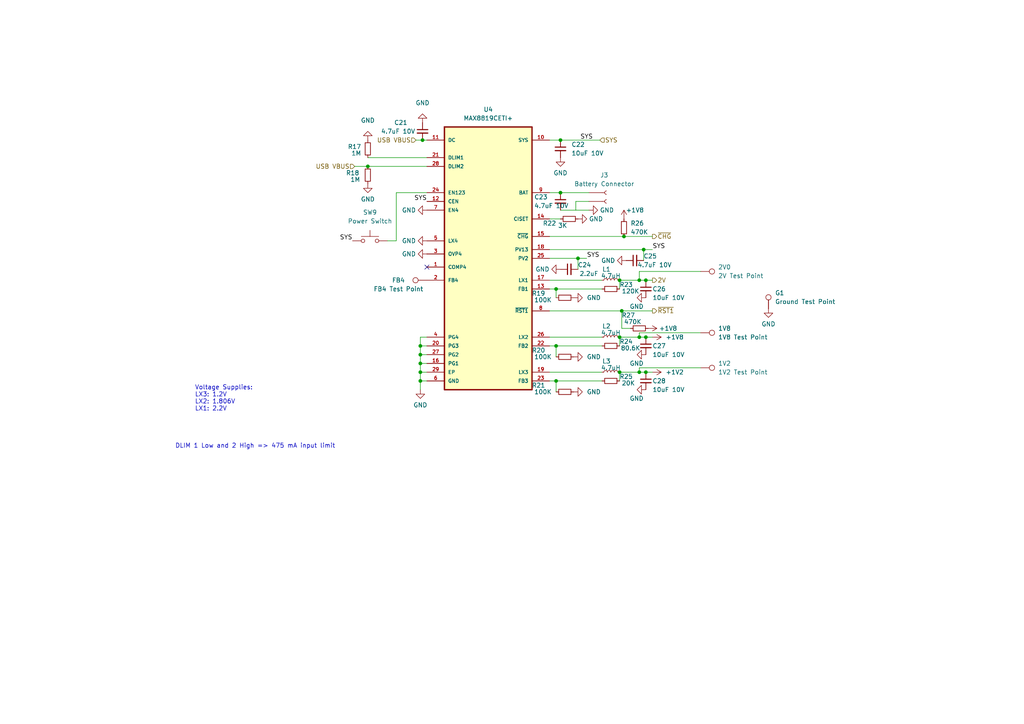
<source format=kicad_sch>
(kicad_sch (version 20211123) (generator eeschema)
  (paper "A4")
  (lib_symbols
    (symbol "Charger V2:MAX8819CETI+" (pin_names (offset 1.016))
      (property "Reference" "U" (at -12.7 39.0906 0))
      (property "Value" "MAX8819CETI+" (at -12.7 -42.0878 0))
      (symbol "MAX8819CETI+_0_0"
        (rectangle (start -12.7 -38.1) (end 12.7 38.1) (stroke (width 0.4064)) (fill (type background)))
        (pin passive line (at -17.78 -2.54 0) (length 5.08) (name "COMP4") (number "1"))
        (pin power_out line (at 17.78 34.29 180) (length 5.08) (name "SYS") (number "10"))
        (pin input line (at -17.78 34.29 0) (length 5.08) (name "DC") (number "11"))
        (pin input line (at -17.78 16.51 0) (length 5.08) (name "CEN") (number "12"))
        (pin input line (at 17.78 -8.89 180) (length 5.08) (name "FB1") (number "13"))
        (pin input line (at 17.78 11.43 180) (length 5.08) (name "CISET") (number "14"))
        (pin output line (at 17.78 6.35 180) (length 5.08) (name "~{CHG}") (number "15"))
        (pin power_in line (at -17.78 -30.48 0) (length 5.08) (name "PG1") (number "16"))
        (pin power_out line (at 17.78 -6.35 180) (length 5.08) (name "LX1") (number "17"))
        (pin power_in line (at 17.78 2.54 180) (length 5.08) (name "PV13") (number "18"))
        (pin power_out line (at 17.78 -33.02 180) (length 5.08) (name "LX3") (number "19"))
        (pin input line (at -17.78 -6.35 0) (length 5.08) (name "FB4") (number "2"))
        (pin power_in line (at -17.78 -25.4 0) (length 5.08) (name "PG3") (number "20"))
        (pin input line (at -17.78 29.21 0) (length 5.08) (name "DLIM1") (number "21"))
        (pin input line (at 17.78 -25.4 180) (length 5.08) (name "FB2") (number "22"))
        (pin input line (at 17.78 -35.56 180) (length 5.08) (name "FB3") (number "23"))
        (pin input line (at -17.78 19.05 0) (length 5.08) (name "EN123") (number "24"))
        (pin power_in line (at 17.78 0 180) (length 5.08) (name "PV2") (number "25"))
        (pin power_out line (at 17.78 -22.86 180) (length 5.08) (name "LX2") (number "26"))
        (pin power_in line (at -17.78 -27.94 0) (length 5.08) (name "PG2") (number "27"))
        (pin input line (at -17.78 26.67 0) (length 5.08) (name "DLIM2") (number "28"))
        (pin power_in line (at -17.78 -33.02 0) (length 5.08) (name "EP") (number "29"))
        (pin passive line (at -17.78 1.27 0) (length 5.08) (name "OVP4") (number "3"))
        (pin power_in line (at -17.78 -22.86 0) (length 5.08) (name "PG4") (number "4"))
        (pin passive line (at -17.78 5.08 0) (length 5.08) (name "LX4") (number "5"))
        (pin power_in line (at -17.78 -35.56 0) (length 5.08) (name "GND") (number "6"))
        (pin input line (at -17.78 13.97 0) (length 5.08) (name "EN4") (number "7"))
        (pin output line (at 17.78 -15.24 180) (length 5.08) (name "~{RST1}") (number "8"))
        (pin power_in line (at 17.78 19.05 180) (length 5.08) (name "BAT") (number "9"))
      )
    )
    (symbol "Connector:Conn_01x02_Female" (pin_numbers hide) (pin_names (offset 1.016) hide)
      (property "Reference" "J601" (at 2.54 -2.54 0))
      (property "Value" "Battery Connector" (at -7.62 -5.08 0))
      (symbol "Conn_01x02_Female_1_1"
        (arc (start 0 -2.032) (mid -0.508 -2.54) (end 0 -3.048) (stroke (width 0.1524)))
        (polyline (pts (xy -1.27 -2.54) (xy -0.508 -2.54)) (stroke (width 0.1524)))
        (polyline (pts (xy -1.27 0) (xy -0.508 0)) (stroke (width 0.1524)))
        (arc (start 0 0.508) (mid -0.508 0) (end 0 -0.508) (stroke (width 0.1524)))
        (pin power_out line (at -5.08 0 0) (length 3.81) (name "Pin_1") (number "1"))
        (pin power_out line (at -5.08 -2.54 0) (length 3.81) (name "Pin_2") (number "2"))
      )
    )
    (symbol "Connector:TestPoint" (pin_numbers hide) (pin_names (offset 0.762) hide)
      (property "Reference" "TP" (at 0 6.858 0))
      (property "Value" "TestPoint" (at 0 5.08 0))
      (symbol "TestPoint_0_1"
        (circle (center 0 3.302) (radius 0.762))
      )
      (symbol "TestPoint_1_1"
        (pin passive line (at 0 0 90) (length 2.54) (name "1") (number "1"))
      )
    )
    (symbol "Device:C_Small" (pin_numbers hide) (pin_names (offset 0.254) hide)
      (property "Reference" "C" (at 0.254 1.778 0))
      (property "Value" "C_Small" (at 0.254 -2.032 0))
      (symbol "C_Small_0_1"
        (polyline (pts (xy -1.524 -0.508) (xy 1.524 -0.508)) (stroke (width 0.3302)))
        (polyline (pts (xy -1.524 0.508) (xy 1.524 0.508)) (stroke (width 0.3048)))
      )
      (symbol "C_Small_1_1"
        (pin passive line (at 0 2.54 270) (length 2.032) (name "~") (number "1"))
        (pin passive line (at 0 -2.54 90) (length 2.032) (name "~") (number "2"))
      )
    )
    (symbol "Device:L_Small" (pin_numbers hide) (pin_names (offset 0.254) hide)
      (property "Reference" "L" (at 0.762 1.016 0))
      (property "Value" "L_Small" (at 0.762 -1.016 0))
      (symbol "L_Small_0_1"
        (arc (start 0 -2.032) (mid 0.508 -1.524) (end 0 -1.016))
        (arc (start 0 -1.016) (mid 0.508 -0.508) (end 0 0))
        (arc (start 0 0) (mid 0.508 0.508) (end 0 1.016))
        (arc (start 0 1.016) (mid 0.508 1.524) (end 0 2.032))
      )
      (symbol "L_Small_1_1"
        (pin passive line (at 0 2.54 270) (length 0.508) (name "~") (number "1"))
        (pin passive line (at 0 -2.54 90) (length 0.508) (name "~") (number "2"))
      )
    )
    (symbol "Device:R_Small" (pin_numbers hide) (pin_names (offset 0.254) hide)
      (property "Reference" "R" (at 0.762 0.508 0))
      (property "Value" "R_Small" (at 0.762 -1.016 0))
      (symbol "R_Small_0_1"
        (rectangle (start -0.762 1.778) (end 0.762 -1.778) (stroke (width 0.2032)))
      )
      (symbol "R_Small_1_1"
        (pin passive line (at 0 2.54 270) (length 0.762) (name "~") (number "1"))
        (pin passive line (at 0 -2.54 90) (length 0.762) (name "~") (number "2"))
      )
    )
    (symbol "Switch:SW_Push" (pin_numbers hide) (pin_names (offset 1.016) hide)
      (property "Reference" "SW" (at 1.27 2.54 0))
      (property "Value" "SW_Push" (at 0 -1.524 0))
      (symbol "SW_Push_0_1"
        (circle (center -2.032 0) (radius 0.508))
        (polyline (pts (xy 0 1.27) (xy 0 3.048)))
        (polyline (pts (xy 2.54 1.27) (xy -2.54 1.27)))
        (circle (center 2.032 0) (radius 0.508))
        (pin passive line (at -5.08 0 0) (length 2.54) (name "1") (number "1"))
        (pin passive line (at 5.08 0 180) (length 2.54) (name "2") (number "2"))
      )
    )
    (symbol "power:+1V2" (power) (pin_names (offset 0))
      (property "Value" "+1V2" (at 0 3.556 0))
      (symbol "+1V2_0_1"
        (polyline (pts (xy -0.762 1.27) (xy 0 2.54)))
        (polyline (pts (xy 0 0) (xy 0 2.54)))
        (polyline (pts (xy 0 2.54) (xy 0.762 1.27)))
      )
      (symbol "+1V2_1_1"
        (pin power_in line (at 0 0 90) (length 0) hide (name "+1V2") (number "1"))
      )
    )
    (symbol "power:+1V8" (power) (pin_names (offset 0))
      (property "Value" "+1V8" (at 0 3.556 0))
      (symbol "+1V8_0_1"
        (polyline (pts (xy -0.762 1.27) (xy 0 2.54)))
        (polyline (pts (xy 0 0) (xy 0 2.54)))
        (polyline (pts (xy 0 2.54) (xy 0.762 1.27)))
      )
      (symbol "+1V8_1_1"
        (pin power_in line (at 0 0 90) (length 0) hide (name "+1V8") (number "1"))
      )
    )
    (symbol "power:GND" (power) (pin_names (offset 0))
      (property "Value" "GND" (at 0 -3.81 0))
      (symbol "GND_0_1"
        (polyline (pts (xy 0 0) (xy 0 -1.27) (xy 1.27 -1.27) (xy 0 -2.54) (xy -1.27 -1.27) (xy 0 -1.27)))
      )
      (symbol "GND_1_1"
        (pin power_in line (at 0 0 270) (length 0) hide (name "GND") (number "1"))
      )
    )
  )
  (junction (at 179.705 97.79))
  (junction (at 162.56 40.64))
  (junction (at 161.29 100.33))
  (junction (at 161.29 83.82))
  (junction (at 167.64 74.93))
  (junction (at 121.92 102.87))
  (junction (at 179.705 107.95))
  (junction (at 180.975 68.58))
  (junction (at 180.34 90.17))
  (junction (at 162.56 55.88))
  (junction (at 161.29 110.49))
  (junction (at 179.705 81.28))
  (junction (at 121.92 107.95))
  (junction (at 121.92 100.33))
  (junction (at 121.92 105.41))
  (junction (at 186.69 72.39))
  (junction (at 106.68 48.26))
  (junction (at 187.325 81.28))
  (junction (at 121.92 110.49))
  (junction (at 185.42 81.28))
  (junction (at 122.555 40.64))
  (junction (at 185.42 97.79))
  (junction (at 187.325 107.95))
  (junction (at 187.325 97.79))
  (junction (at 185.42 107.95))
  (no_connect (at 123.825 77.47))
  (wire (pts (xy 121.92 102.87) (xy 121.92 105.41)))
  (wire (pts (xy 159.385 110.49) (xy 161.29 110.49)))
  (wire (pts (xy 167.005 58.42) (xy 170.815 58.42)))
  (wire (pts (xy 159.385 83.82) (xy 161.29 83.82)))
  (wire (pts (xy 162.56 60.96) (xy 167.005 60.96)))
  (wire (pts (xy 179.705 81.28) (xy 179.705 83.82)))
  (wire (pts (xy 161.29 83.82) (xy 161.29 86.36)))
  (wire (pts (xy 112.395 69.85) (xy 114.935 69.85)))
  (wire (pts (xy 121.92 97.79) (xy 121.92 100.33)))
  (wire (pts (xy 162.56 63.5) (xy 159.385 63.5)))
  (wire (pts (xy 186.69 72.39) (xy 189.23 72.39)))
  (wire (pts (xy 185.42 107.95) (xy 187.325 107.95)))
  (wire (pts (xy 121.92 110.49) (xy 123.825 110.49)))
  (wire (pts (xy 179.705 81.28) (xy 185.42 81.28)))
  (wire (pts (xy 185.42 81.28) (xy 187.325 81.28)))
  (wire (pts (xy 187.325 97.79) (xy 189.23 97.79)))
  (wire (pts (xy 187.325 81.28) (xy 189.23 81.28)))
  (wire (pts (xy 121.92 105.41) (xy 121.92 107.95)))
  (wire (pts (xy 159.385 90.17) (xy 180.34 90.17)))
  (wire (pts (xy 167.005 60.96) (xy 167.005 58.42)))
  (wire (pts (xy 185.42 81.28) (xy 185.42 78.74)))
  (wire (pts (xy 161.29 100.33) (xy 174.625 100.33)))
  (wire (pts (xy 167.64 74.93) (xy 167.64 78.105)))
  (wire (pts (xy 185.42 107.95) (xy 185.42 106.68)))
  (wire (pts (xy 120.65 40.64) (xy 122.555 40.64)))
  (wire (pts (xy 162.56 40.64) (xy 173.99 40.64)))
  (wire (pts (xy 170.815 60.96) (xy 167.005 60.96)))
  (wire (pts (xy 159.385 68.58) (xy 180.975 68.58)))
  (wire (pts (xy 122.555 40.64) (xy 123.825 40.64)))
  (wire (pts (xy 114.935 69.85) (xy 114.935 55.88)))
  (wire (pts (xy 159.385 81.28) (xy 174.625 81.28)))
  (wire (pts (xy 121.92 110.49) (xy 121.92 113.03)))
  (wire (pts (xy 167.64 74.93) (xy 170.18 74.93)))
  (wire (pts (xy 179.705 97.79) (xy 179.705 100.33)))
  (wire (pts (xy 185.42 78.74) (xy 203.2 78.74)))
  (wire (pts (xy 187.325 107.95) (xy 189.23 107.95)))
  (wire (pts (xy 159.385 72.39) (xy 186.69 72.39)))
  (wire (pts (xy 161.29 83.82) (xy 174.625 83.82)))
  (wire (pts (xy 121.92 105.41) (xy 123.825 105.41)))
  (wire (pts (xy 186.69 72.39) (xy 186.69 75.565)))
  (wire (pts (xy 114.935 55.88) (xy 123.825 55.88)))
  (wire (pts (xy 179.705 107.95) (xy 185.42 107.95)))
  (wire (pts (xy 180.975 68.58) (xy 189.23 68.58)))
  (wire (pts (xy 159.385 55.88) (xy 162.56 55.88)))
  (wire (pts (xy 180.34 95.25) (xy 182.88 95.25)))
  (wire (pts (xy 159.385 100.33) (xy 161.29 100.33)))
  (wire (pts (xy 179.705 107.95) (xy 179.705 110.49)))
  (wire (pts (xy 121.92 107.95) (xy 121.92 110.49)))
  (wire (pts (xy 106.68 48.26) (xy 123.825 48.26)))
  (wire (pts (xy 121.92 102.87) (xy 123.825 102.87)))
  (wire (pts (xy 159.385 40.64) (xy 162.56 40.64)))
  (wire (pts (xy 159.385 107.95) (xy 174.625 107.95)))
  (wire (pts (xy 185.42 96.52) (xy 203.2 96.52)))
  (wire (pts (xy 185.42 97.79) (xy 185.42 96.52)))
  (wire (pts (xy 159.385 97.79) (xy 174.625 97.79)))
  (wire (pts (xy 161.29 110.49) (xy 161.29 113.665)))
  (wire (pts (xy 185.42 106.68) (xy 203.2 106.68)))
  (wire (pts (xy 179.705 97.79) (xy 185.42 97.79)))
  (wire (pts (xy 121.92 100.33) (xy 121.92 102.87)))
  (wire (pts (xy 185.42 97.79) (xy 187.325 97.79)))
  (wire (pts (xy 121.92 100.33) (xy 123.825 100.33)))
  (wire (pts (xy 123.825 97.79) (xy 121.92 97.79)))
  (wire (pts (xy 102.87 48.26) (xy 106.68 48.26)))
  (wire (pts (xy 106.68 45.72) (xy 123.825 45.72)))
  (wire (pts (xy 162.56 55.88) (xy 170.815 55.88)))
  (wire (pts (xy 161.29 110.49) (xy 174.625 110.49)))
  (wire (pts (xy 161.29 100.33) (xy 161.29 103.505)))
  (wire (pts (xy 180.34 90.17) (xy 180.34 95.25)))
  (wire (pts (xy 180.34 90.17) (xy 189.23 90.17)))
  (wire (pts (xy 121.92 107.95) (xy 123.825 107.95)))
  (wire (pts (xy 159.385 74.93) (xy 167.64 74.93)))
  (text "DLIM 1 Low and 2 High => 475 mA input limit" (at 50.8 130.175 0) (effects (font (size 1.27 1.27)) (justify left bottom)))
  (text "Voltage Supplies:\nLX3: 1.2V\nLX2: 1.806V\nLX1: 2.2V" (at 56.515 119.38 0) (effects (font (size 1.27 1.27)) (justify left bottom)))
  (label "SYS" (at 189.23 72.39 0))
  (label "SYS" (at 123.825 58.42 180))
  (label "SYS" (at 102.235 69.85 180))
  (label "SYS" (at 170.18 74.93 0))
  (label "SYS" (at 168.275 40.64 0))
  (hierarchical_label "~{RST1}" (shape output) (at 189.23 90.17 0))
  (hierarchical_label "2V" (shape output) (at 189.23 81.28 0))
  (hierarchical_label "~{CHG}" (shape output) (at 189.23 68.58 0))
  (hierarchical_label "USB VBUS" (shape input) (at 120.65 40.64 180))
  (hierarchical_label "USB VBUS" (shape input) (at 102.87 48.26 180))
  (hierarchical_label "SYS" (shape input) (at 173.99 40.64 0))
  (symbol (lib_id "Device:R_Small") (at 180.975 66.04 0) (unit 1)
    (property "Reference" "R26" (at 182.88 64.7699 0) (effects (justify left)))
    (property "Value" "470K" (at 182.88 67.3099 0) (effects (justify left)))
    (property "Footprint" "Resistor_SMD:R_0603_1608Metric" (effects hide))
    (property "DIGIKEY" "RMCF0603JT470K" (effects hide))
  )
  (symbol (lib_id "Device:R_Small") (at 165.1 63.5 270) (unit 1)
    (property "Reference" "R22" (at 159.385 64.77 90))
    (property "Value" "3K" (at 163.195 65.405 90))
    (property "Footprint" "Resistor_SMD:R_0603_1608Metric" (effects hide))
    (property "DIGIKEY" "RMCF0603JT3K00" (effects hide))
  )
  (symbol (lib_id "power:GND") (at 123.825 69.85 270) (unit 1)
    (property "Reference" "#PWR047" (effects hide))
    (property "Value" "GND" (at 120.65 69.8499 90) (effects (justify right)))
  )
  (symbol (lib_id "power:GND") (at 106.68 40.64 180) (unit 1)
    (property "Reference" "#PWR042" (effects hide))
    (property "Value" "GND" (at 106.68 34.925 0))
  )
  (symbol (lib_id "power:GND") (at 187.325 86.36 270) (unit 1)
    (property "Reference" "#PWR058" (effects hide))
    (property "Value" "GND" (at 186.69 88.9 90) (effects (justify right)))
  )
  (symbol (lib_id "Device:R_Small") (at 177.165 83.82 90) (unit 1)
    (property "Reference" "R23" (at 181.61 82.55 90))
    (property "Value" "120K" (at 182.88 84.455 90))
    (property "Footprint" "Resistor_SMD:R_0603_1608Metric" (effects hide))
    (property "DIGIKEY" "RMCF0603FT120K" (effects hide))
  )
  (symbol (lib_id "Device:C_Small") (at 162.56 58.42 0) (unit 1)
    (property "Reference" "C23" (at 154.94 57.15 0) (effects (justify left)))
    (property "Value" "4.7uF 10V" (at 154.94 59.69 0) (effects (justify left)))
    (property "Footprint" "Capacitor_SMD:C_0603_1608Metric" (effects hide))
    (property "DIGIKEY" "CL10A475KP8NNNC" (effects hide))
  )
  (symbol (lib_id "power:GND") (at 166.37 113.665 90) (unit 1)
    (property "Reference" "#PWR053" (effects hide))
    (property "Value" "GND" (at 170.18 113.6649 90) (effects (justify right)))
  )
  (symbol (lib_id "power:GND") (at 162.56 45.72 0) (unit 1)
    (property "Reference" "#PWR049" (effects hide))
    (property "Value" "GND" (at 162.56 50.165 0))
  )
  (symbol (lib_id "Device:R_Small") (at 177.165 100.33 90) (unit 1)
    (property "Reference" "R24" (at 181.61 99.06 90))
    (property "Value" "80.6K" (at 182.88 100.965 90))
    (property "Footprint" "Resistor_SMD:R_0603_1608Metric" (effects hide))
    (property "DIGIKEY" "RMCF0603FT80K6" (effects hide))
  )
  (symbol (lib_id "Connector:TestPoint") (at 203.2 96.52 270) (unit 1)
    (property "Reference" "1V8" (at 208.28 95.2499 90) (effects (justify left)))
    (property "Value" "1V8 Test Point" (at 208.28 97.7899 90) (effects (justify left)))
    (property "Footprint" "TestPoint:TestPoint_Pad_D1.0mm" (effects hide))
  )
  (symbol (lib_id "Device:L_Small") (at 177.165 97.79 90) (unit 1)
    (property "Reference" "L2" (at 175.895 94.615 90))
    (property "Value" "4.7uH" (at 177.165 96.52 90))
    (property "Footprint" "Inductor_SMD:L_Taiyo-Yuden_MD-2020" (effects hide))
    (property "DIGIKEY" "VLS201612CX-4R7M-1" (effects hide))
  )
  (symbol (lib_id "Device:C_Small") (at 187.325 83.82 0) (unit 1)
    (property "Reference" "C26" (at 189.23 83.82 0) (effects (justify left)))
    (property "Value" "10uF 10V" (at 189.23 86.36 0) (effects (justify left)))
    (property "Footprint" "Capacitor_SMD:C_0603_1608Metric" (effects hide))
    (property "DIGIKEY" "0603ZD106KAT2A" (effects hide))
  )
  (symbol (lib_id "Connector:TestPoint") (at 123.825 81.28 90) (unit 1)
    (property "Reference" "FB4" (at 115.57 81.28 90))
    (property "Value" "FB4 Test Point" (at 115.57 83.82 90))
    (property "Footprint" "TestPoint:TestPoint_Pad_D2.0mm" (effects hide))
  )
  (symbol (lib_id "power:GND") (at 123.825 60.96 270) (unit 1)
    (property "Reference" "#PWR046" (effects hide))
    (property "Value" "GND" (at 120.65 60.9599 90) (effects (justify right)))
  )
  (symbol (lib_id "Device:R_Small") (at 163.83 103.505 90) (unit 1)
    (property "Reference" "R20" (at 156.21 101.6 90))
    (property "Value" "100K" (at 157.48 103.505 90))
    (property "Footprint" "Resistor_SMD:R_0603_1608Metric" (effects hide))
    (property "DIGIKEY" "RMCF0603FT100K" (effects hide))
  )
  (symbol (lib_id "power:GND") (at 121.92 113.03 0) (unit 1)
    (property "Reference" "#PWR044" (effects hide))
    (property "Value" "GND" (at 121.92 117.475 0))
  )
  (symbol (lib_id "Connector:Conn_01x02_Female") (at 175.895 58.42 0) (mirror x) (unit 1)
    (property "Reference" "J3" (at 175.26 50.8 0))
    (property "Value" "Battery Connector" (at 175.26 53.34 0))
    (property "Footprint" "Connector_JST:JST_PH_B2B-PH-K_1x02_P2.00mm_Vertical" (effects hide))
  )
  (symbol (lib_id "Device:C_Small") (at 122.555 38.1 0) (unit 1)
    (property "Reference" "C21" (at 114.3 35.56 0) (effects (justify left)))
    (property "Value" "4.7uF 10V" (at 110.49 38.1 0) (effects (justify left)))
    (property "Footprint" "Capacitor_SMD:C_0603_1608Metric" (effects hide))
    (property "DIGIKEY" "CL10A475KP8NNNC" (effects hide))
  )
  (symbol (lib_id "power:GND") (at 222.885 89.535 0) (unit 1)
    (property "Reference" "#PWR064" (effects hide))
    (property "Value" "GND" (at 222.885 93.98 0))
  )
  (symbol (lib_id "Device:C_Small") (at 184.15 75.565 90) (unit 1)
    (property "Reference" "C25" (at 188.595 74.295 90))
    (property "Value" "4.7uF 10V" (at 189.865 76.835 90))
    (property "Footprint" "Capacitor_SMD:C_0603_1608Metric" (effects hide))
    (property "DIGIKEY" "CL10A475KP8NNNC" (effects hide))
  )
  (symbol (lib_id "Switch:SW_Push") (at 107.315 69.85 0) (unit 1)
    (property "Reference" "SW9" (at 107.315 61.595 0))
    (property "Value" "Power Switch" (at 107.315 64.135 0))
    (property "Footprint" "Button_Switch_SMD:SW_SPDT_PCM12" (effects hide))
    (property "DIGIKEY" "Have" (effects hide))
  )
  (symbol (lib_id "Device:C_Small") (at 162.56 43.18 0) (unit 1)
    (property "Reference" "C22" (at 165.735 41.9162 0) (effects (justify left)))
    (property "Value" "10uF 10V" (at 165.735 44.4562 0) (effects (justify left)))
    (property "Footprint" "Capacitor_SMD:C_0603_1608Metric" (effects hide))
    (property "DIGIKEY" "0603ZD106KAT2A" (effects hide))
  )
  (symbol (lib_id "power:GND") (at 123.825 73.66 270) (unit 1)
    (property "Reference" "#PWR048" (effects hide))
    (property "Value" "GND" (at 120.65 73.6599 90) (effects (justify right)))
  )
  (symbol (lib_id "Device:R_Small") (at 185.42 95.25 90) (unit 1)
    (property "Reference" "R27" (at 182.245 91.44 90))
    (property "Value" "470K" (at 183.515 93.345 90))
    (property "Footprint" "Resistor_SMD:R_0603_1608Metric" (effects hide))
    (property "DIGIKEY" "RMCF0603JT470K" (effects hide))
  )
  (symbol (lib_id "Connector:TestPoint") (at 203.2 78.74 270) (unit 1)
    (property "Reference" "2V0" (at 208.28 77.4699 90) (effects (justify left)))
    (property "Value" "2V Test Point" (at 208.28 80.0099 90) (effects (justify left)))
    (property "Footprint" "TestPoint:TestPoint_Pad_D1.0mm" (effects hide))
  )
  (symbol (lib_id "power:GND") (at 181.61 75.565 270) (unit 1)
    (property "Reference" "#PWR057" (effects hide))
    (property "Value" "GND" (at 178.435 75.5649 90) (effects (justify right)))
  )
  (symbol (lib_id "Device:C_Small") (at 187.325 100.33 0) (unit 1)
    (property "Reference" "C27" (at 189.23 100.33 0) (effects (justify left)))
    (property "Value" "10uF 10V" (at 189.23 102.87 0) (effects (justify left)))
    (property "Footprint" "Capacitor_SMD:C_0603_1608Metric" (effects hide))
    (property "DIGIKEY" "0603ZD106KAT2A" (effects hide))
  )
  (symbol (lib_id "Device:C_Small") (at 187.325 110.49 0) (unit 1)
    (property "Reference" "C28" (at 189.23 110.49 0) (effects (justify left)))
    (property "Value" "10uF 10V" (at 189.23 113.03 0) (effects (justify left)))
    (property "Footprint" "Capacitor_SMD:C_0603_1608Metric" (effects hide))
    (property "DIGIKEY" "0603ZD106KAT2A" (effects hide))
  )
  (symbol (lib_id "Device:R_Small") (at 163.83 113.665 90) (unit 1)
    (property "Reference" "R21" (at 156.21 111.76 90))
    (property "Value" "100K" (at 157.48 113.665 90))
    (property "Footprint" "Resistor_SMD:R_0603_1608Metric" (effects hide))
    (property "DIGIKEY" "RMCF0603FT100K" (effects hide))
  )
  (symbol (lib_id "Device:L_Small") (at 177.165 81.28 90) (unit 1)
    (property "Reference" "L1" (at 175.895 78.105 90))
    (property "Value" "4.7uH" (at 177.165 80.01 90))
    (property "Footprint" "Inductor_SMD:L_Taiyo-Yuden_MD-2020" (effects hide))
    (property "DIGIKEY" "VLS201612CX-4R7M-1" (effects hide))
  )
  (symbol (lib_id "power:GND") (at 187.325 102.87 270) (unit 1)
    (property "Reference" "#PWR059" (effects hide))
    (property "Value" "GND" (at 186.69 105.41 90) (effects (justify right)))
  )
  (symbol (lib_id "Device:R_Small") (at 163.83 86.36 90) (unit 1)
    (property "Reference" "R19" (at 156.21 85.09 90))
    (property "Value" "100K" (at 157.48 86.995 90))
    (property "Footprint" "Resistor_SMD:R_0603_1608Metric" (effects hide))
    (property "DIGIKEY" "RMCF0603FT100K" (effects hide))
  )
  (symbol (lib_id "power:GND") (at 162.56 78.105 270) (unit 1)
    (property "Reference" "#PWR050" (effects hide))
    (property "Value" "GND" (at 159.385 78.1049 90) (effects (justify right)))
  )
  (symbol (lib_id "Device:C_Small") (at 165.1 78.105 90) (unit 1)
    (property "Reference" "C24" (at 169.545 76.835 90))
    (property "Value" "2.2uF" (at 170.815 79.375 90))
    (property "Footprint" "Capacitor_SMD:C_0603_1608Metric" (effects hide))
    (property "DIGIKEY" "CL10A225KP8NNNC" (effects hide))
  )
  (symbol (lib_id "power:GND") (at 187.325 113.03 270) (unit 1)
    (property "Reference" "#PWR060" (effects hide))
    (property "Value" "GND" (at 186.69 115.57 90) (effects (justify right)))
  )
  (symbol (lib_id "power:GND") (at 166.37 86.36 90) (unit 1)
    (property "Reference" "#PWR051" (effects hide))
    (property "Value" "GND" (at 170.18 86.3599 90) (effects (justify right)))
  )
  (symbol (lib_id "power:GND") (at 167.64 63.5 90) (unit 1)
    (property "Reference" "#PWR054" (effects hide))
    (property "Value" "GND" (at 170.815 63.4999 90) (effects (justify right)))
  )
  (symbol (lib_id "Connector:TestPoint") (at 203.2 106.68 270) (unit 1)
    (property "Reference" "1V2" (at 208.28 105.4099 90) (effects (justify left)))
    (property "Value" "1V2 Test Point" (at 208.28 107.9499 90) (effects (justify left)))
    (property "Footprint" "TestPoint:TestPoint_Pad_D1.0mm" (effects hide))
  )
  (symbol (lib_id "Connector:TestPoint") (at 222.885 89.535 0) (unit 1)
    (property "Reference" "G1" (at 224.79 84.9629 0) (effects (justify left)))
    (property "Value" "Ground Test Point" (at 224.79 87.5029 0) (effects (justify left)))
    (property "Footprint" "TestPoint:TestPoint_Pad_D1.0mm" (effects hide))
  )
  (symbol (lib_id "power:+1V8") (at 187.96 95.25 270) (unit 1)
    (property "Reference" "#PWR061" (effects hide))
    (property "Value" "+1V8" (at 191.135 95.2499 90) (effects (justify left)))
  )
  (symbol (lib_id "Device:L_Small") (at 177.165 107.95 90) (unit 1)
    (property "Reference" "L3" (at 175.895 104.775 90))
    (property "Value" "4.7uH" (at 177.165 106.68 90))
    (property "Footprint" "Inductor_SMD:L_Taiyo-Yuden_MD-2020" (effects hide))
    (property "DIGIKEY" "VLS201612CX-4R7M-1" (effects hide))
  )
  (symbol (lib_id "power:+1V8") (at 180.975 63.5 0) (unit 1)
    (property "Reference" "#PWR056" (effects hide))
    (property "Value" "+1V8" (at 184.15 60.96 0))
  )
  (symbol (lib_id "Device:R_Small") (at 106.68 50.8 0) (unit 1)
    (property "Reference" "R18" (at 100.33 50.165 0) (effects (justify left)))
    (property "Value" "1M" (at 101.6 52.07 0) (effects (justify left)))
    (property "Footprint" "Resistor_SMD:R_0603_1608Metric" (effects hide))
    (property "DIGIKEY" "RMCF0603FT1M00" (effects hide))
  )
  (symbol (lib_id "power:GND") (at 170.815 60.96 90) (unit 1)
    (property "Reference" "#PWR055" (effects hide))
    (property "Value" "GND" (at 173.99 60.9599 90) (effects (justify right)))
  )
  (symbol (lib_id "power:+1V8") (at 189.23 97.79 270) (unit 1)
    (property "Reference" "#PWR062" (effects hide))
    (property "Value" "+1V8" (at 193.04 97.7899 90) (effects (justify left)))
  )
  (symbol (lib_id "Device:R_Small") (at 177.165 110.49 90) (unit 1)
    (property "Reference" "R25" (at 181.61 109.22 90))
    (property "Value" "20K" (at 182.245 111.125 90))
    (property "Footprint" "Resistor_SMD:R_0603_1608Metric" (effects hide))
    (property "DIGIKEY" "RMCF0603FT20K0" (effects hide))
  )
  (symbol (lib_id "Device:R_Small") (at 106.68 43.18 0) (mirror y) (unit 1)
    (property "Reference" "R17" (at 104.775 42.545 0) (effects (justify left)))
    (property "Value" "1M" (at 104.775 44.45 0) (effects (justify left)))
    (property "Footprint" "Resistor_SMD:R_0603_1608Metric" (effects hide))
    (property "DIGIKEY" "RMCF0603FT1M00" (effects hide))
  )
  (symbol (lib_id "power:GND") (at 166.37 103.505 90) (unit 1)
    (property "Reference" "#PWR052" (effects hide))
    (property "Value" "GND" (at 170.18 103.5049 90) (effects (justify right)))
  )
  (symbol (lib_id "power:GND") (at 122.555 35.56 180) (unit 1)
    (property "Reference" "#PWR045" (effects hide))
    (property "Value" "GND" (at 122.555 29.845 0))
  )
  (symbol (lib_id "Charger V2:MAX8819CETI+") (at 141.605 74.93 0) (unit 1)
    (property "Reference" "U4" (at 141.605 31.75 0))
    (property "Value" "MAX8819CETI+" (at 141.605 34.29 0))
    (property "Footprint" "MAX8819:QFN40P400X400X80-29N" (effects hide))
    (property "DESCRIPTION" "PMIC - power management - special purpose Maxim Integrated MAX8819CETI+ TQFN 28 _4x4_" (effects hide))
    (property "MP" "MAX8819CETI+" (effects hide))
    (property "PACKAGE" "TQFN-28 Maxim" (effects hide))
    (property "PRICE" "None" (effects hide))
    (property "AVAILABILITY" "Unavailable" (effects hide))
    (property "MF" "Maxim Integrated" (effects hide))
    (property "DIGIKEY" "MAX8819CETI+" (effects hide))
  )
  (symbol (lib_id "power:+1V2") (at 189.23 107.95 270) (unit 1)
    (property "Reference" "#PWR063" (effects hide))
    (property "Value" "+1V2" (at 193.04 107.9499 90) (effects (justify left)))
  )
  (symbol (lib_id "power:GND") (at 106.68 53.34 0) (unit 1)
    (property "Reference" "#PWR043" (effects hide))
    (property "Value" "GND" (at 106.68 57.785 0))
  )
)
</source>
